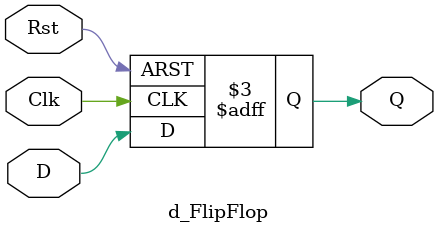
<source format=v>
`timescale 1ns / 1ps

module d_FlipFlop(
    input Clk,
    input Rst,
    input D,
    output reg Q
    );
    //flip flop is synchoronized with poitive eddge of the clock and negative edge of reset 
    always@(negedge Clk or negedge Rst)
    begin
    //if reset==0 flip flop output =0
        if (!Rst)
            Q <= 1'b0;
        else
        // if reset =1 and their is negative edge of the clock output = input
            Q <= D;
     end
endmodule

</source>
